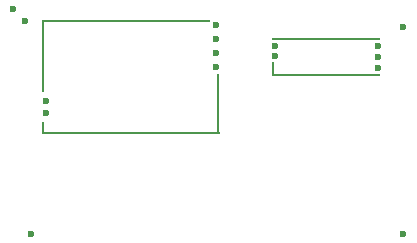
<source format=gbl>
G04 #@! TF.GenerationSoftware,KiCad,Pcbnew,8.0.9-8.0.9-0~ubuntu24.04.1*
G04 #@! TF.CreationDate,2025-11-28T20:23:02+00:00*
G04 #@! TF.ProjectId,greenenergyecu,67726565-6e65-46e6-9572-67796563752e,rev?*
G04 #@! TF.SameCoordinates,Original*
G04 #@! TF.FileFunction,Copper,L2,Bot*
G04 #@! TF.FilePolarity,Positive*
%FSLAX46Y46*%
G04 Gerber Fmt 4.6, Leading zero omitted, Abs format (unit mm)*
G04 Created by KiCad (PCBNEW 8.0.9-8.0.9-0~ubuntu24.04.1) date 2025-11-28 20:23:02*
%MOMM*%
%LPD*%
G01*
G04 APERTURE LIST*
G04 #@! TA.AperFunction,ComponentPad*
%ADD10C,0.600000*%
G04 #@! TD*
G04 #@! TA.AperFunction,SMDPad,CuDef*
%ADD11O,0.200000X1.225000*%
G04 #@! TD*
G04 #@! TA.AperFunction,SMDPad,CuDef*
%ADD12O,9.300000X0.200000*%
G04 #@! TD*
G04 #@! TA.AperFunction,SMDPad,CuDef*
%ADD13R,0.250000X6.185000*%
G04 #@! TD*
G04 #@! TA.AperFunction,SMDPad,CuDef*
%ADD14R,0.250000X1.115000*%
G04 #@! TD*
G04 #@! TA.AperFunction,SMDPad,CuDef*
%ADD15R,14.275000X0.250000*%
G04 #@! TD*
G04 #@! TA.AperFunction,SMDPad,CuDef*
%ADD16R,15.100000X0.250000*%
G04 #@! TD*
G04 #@! TA.AperFunction,SMDPad,CuDef*
%ADD17R,0.250000X5.175000*%
G04 #@! TD*
G04 #@! TA.AperFunction,ViaPad*
%ADD18C,0.600000*%
G04 #@! TD*
G04 APERTURE END LIST*
D10*
G04 #@! TO.P,M2,E1,V5A*
G04 #@! TO.N,unconnected-(M2-V5A-PadE1)*
X30850000Y17400000D03*
D11*
G04 #@! TO.P,M2,E2,GND*
G04 #@! TO.N,unconnected-(M2-GND-PadE2)*
X21950000Y15425000D03*
D12*
X26500000Y18000000D03*
X26500000Y14900000D03*
D10*
X30850000Y16450000D03*
G04 #@! TO.P,M2,E3,OUT_KNOCK*
G04 #@! TO.N,Net-(M2-OUT_KNOCK)*
X30850000Y15500002D03*
G04 #@! TO.P,M2,W1,IN_KNOCK*
G04 #@! TO.N,Net-(M1-OUT)*
X22150000Y16500000D03*
G04 #@! TO.P,M2,W2,VREF*
G04 #@! TO.N,unconnected-(M2-VREF-PadW2)*
X22150000Y17400000D03*
G04 #@! TD*
G04 #@! TO.P,M1,E1,Thresh_IN*
G04 #@! TO.N,unconnected-(M1-Thresh_IN-PadE1)*
X17137500Y16800000D03*
G04 #@! TO.P,M1,E2,OUT_A*
G04 #@! TO.N,unconnected-(M1-OUT_A-PadE2)*
X17137500Y15600000D03*
G04 #@! TO.P,M1,E3,OUT*
G04 #@! TO.N,Net-(M1-OUT)*
X17137500Y18000000D03*
G04 #@! TO.P,M1,E4,V5_IN*
G04 #@! TO.N,unconnected-(M1-V5_IN-PadE4)*
X17137500Y19200000D03*
D13*
G04 #@! TO.P,M1,G,GND*
G04 #@! TO.N,unconnected-(M1-GND-PadG)*
X2487500Y16532500D03*
D14*
X2487500Y10482500D03*
D15*
X9500000Y19500000D03*
D16*
X9912500Y10050000D03*
D17*
X17337500Y12512500D03*
D10*
G04 #@! TO.P,M1,W1,VR-*
G04 #@! TO.N,unconnected-(M1-VR--PadW1)*
X2712500Y12740000D03*
G04 #@! TO.P,M1,W2,VR+*
G04 #@! TO.N,unconnected-(M1-VR+-PadW2)*
X2712500Y11740000D03*
G04 #@! TD*
D18*
G04 #@! TO.N,*
X1000000Y19500000D03*
X0Y20500000D03*
X1500000Y1500000D03*
X33000000Y1500000D03*
X33000000Y19000000D03*
G04 #@! TD*
M02*

</source>
